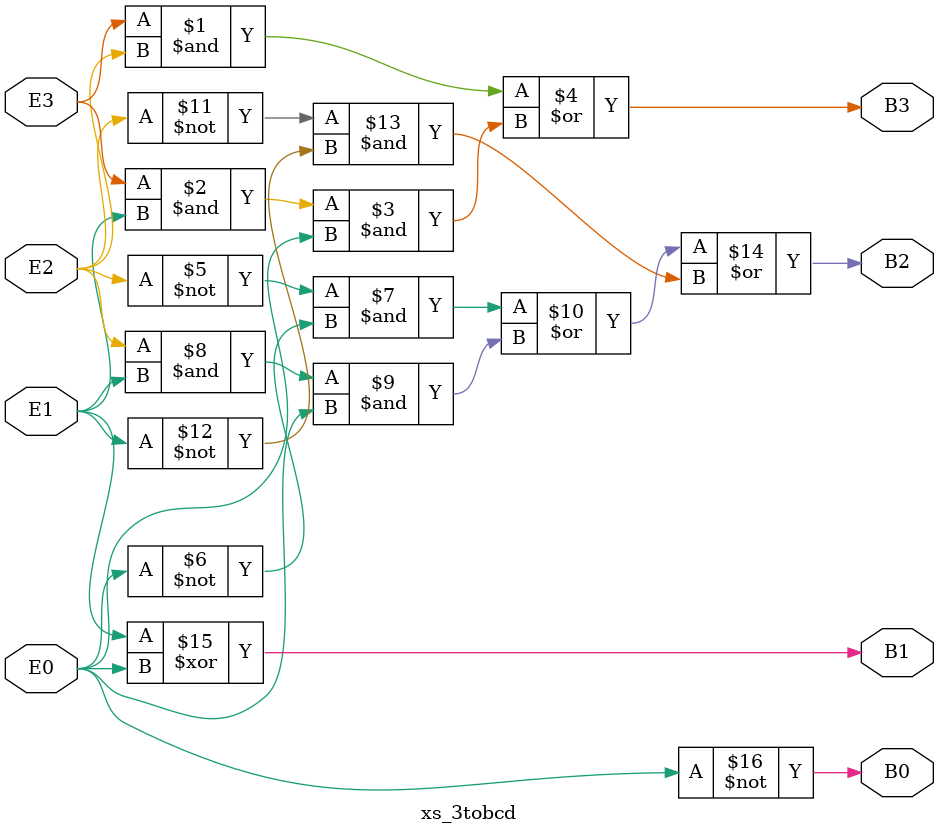
<source format=v>
module xs_3tobcd(input E3,E2,E1,E0,
output B3,B2,B1,B0
);
assign B3=(E3&E2) | (E3&E1&E0);
assign B2=(~E2&~E0)|(E2&E1&E0)|(~E2&~E1);
assign B1=E1^E0;
assign B0=~E0;

endmodule
  
 
</source>
